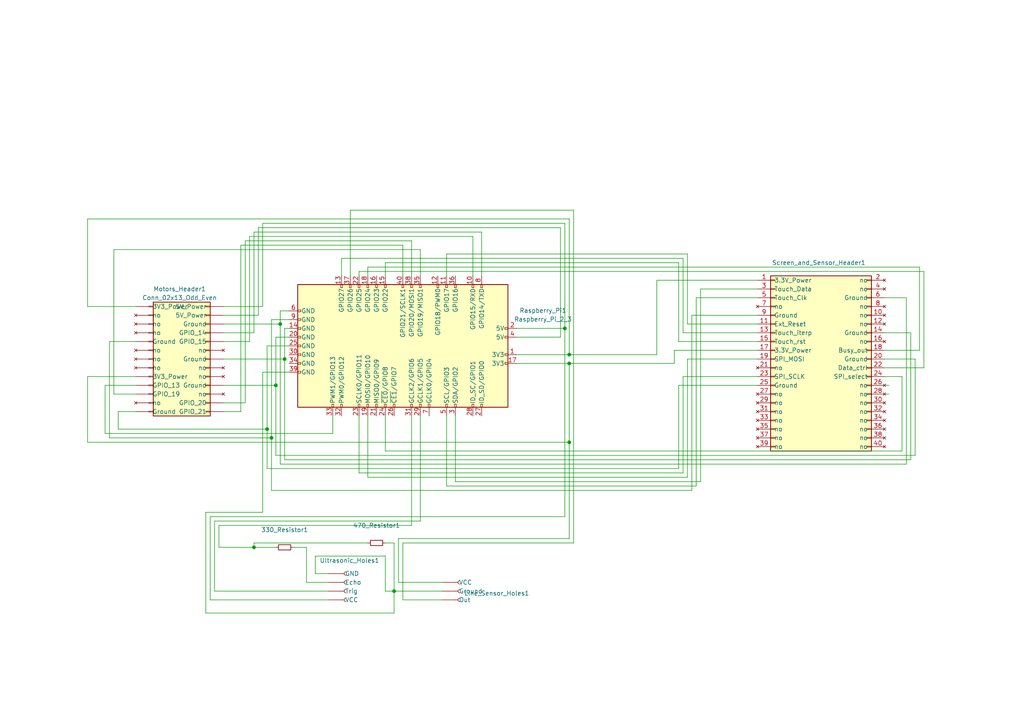
<source format=kicad_sch>
(kicad_sch (version 20230121) (generator eeschema)
  (paper "A4")
  (lib_symbols
    (symbol "Conn_02x13_Odd_Even_2" (pin_numbers hide) (pin_names (offset 1.016))
      (property "Reference" "Motors_Header1" (at -5.0546 20.32 0))
      (property "Value" "Conn_02x13_Odd_Even" (at -5.0546 17.78 0))
      (symbol "Conn_02x13_Odd_Even_2_1_1"
        (rectangle (start -13.97 -15.113) (end -12.7 -15.367) (stroke (width 0.1524)))
        (rectangle (start -13.97 -12.573) (end -12.7 -12.827) (stroke (width 0.1524)))
        (rectangle (start -13.97 -10.033) (end -12.7 -10.287) (stroke (width 0.1524)))
        (rectangle (start -13.97 -7.493) (end -12.7 -7.747) (stroke (width 0.1524)))
        (rectangle (start -13.97 -4.953) (end -12.7 -5.207) (stroke (width 0.1524)))
        (rectangle (start -13.97 -2.413) (end -12.7 -2.667) (stroke (width 0.1524)))
        (rectangle (start -13.97 0.127) (end -12.7 -0.127) (stroke (width 0.1524)))
        (rectangle (start -13.97 2.667) (end -12.7 2.413) (stroke (width 0.1524)))
        (rectangle (start -13.97 5.207) (end -12.7 4.953) (stroke (width 0.1524)))
        (rectangle (start -13.97 7.747) (end -12.7 7.493) (stroke (width 0.1524)))
        (rectangle (start -13.97 10.287) (end -12.7 10.033) (stroke (width 0.1524)))
        (rectangle (start -13.97 12.827) (end -12.7 12.573) (stroke (width 0.1524)))
        (rectangle (start -13.97 15.367) (end -12.7 15.113) (stroke (width 0.1524)))
        (rectangle (start -12.7 16.51) (end 3.81 -16.51) (stroke (width 0.254)) (fill (type background)))
        (rectangle (start 3.81 -15.113) (end 2.54 -15.367) (stroke (width 0.1524)))
        (rectangle (start 3.81 -12.573) (end 2.54 -12.827) (stroke (width 0.1524)))
        (rectangle (start 3.81 -10.033) (end 2.54 -10.287) (stroke (width 0.1524)))
        (rectangle (start 3.81 -7.493) (end 2.54 -7.747) (stroke (width 0.1524)))
        (rectangle (start 3.81 -4.953) (end 2.54 -5.207) (stroke (width 0.1524)))
        (rectangle (start 3.81 -2.413) (end 2.54 -2.667) (stroke (width 0.1524)))
        (rectangle (start 3.81 0.127) (end 2.54 -0.127) (stroke (width 0.1524)))
        (rectangle (start 3.81 2.667) (end 2.54 2.413) (stroke (width 0.1524)))
        (rectangle (start 3.81 5.207) (end 2.54 4.953) (stroke (width 0.1524)))
        (rectangle (start 3.81 7.747) (end 2.54 7.493) (stroke (width 0.1524)))
        (rectangle (start 3.81 10.287) (end 2.54 10.033) (stroke (width 0.1524)))
        (rectangle (start 3.81 12.827) (end 2.54 12.573) (stroke (width 0.1524)))
        (rectangle (start 3.81 15.367) (end 2.54 15.113) (stroke (width 0.1524)))
        (pin power_in line (at -17.78 15.24 0) (length 3.81) (name "3V3_Power") (number "1"))
        (pin bidirectional line (at 7.62 5.08 180) (length 3.81) (name "GPIO_15") (number "10"))
        (pin no_connect line (at -17.78 2.54 0) (length 3.81) (name "no") (number "11"))
        (pin no_connect line (at 7.62 2.54 180) (length 3.81) (name "no") (number "12"))
        (pin no_connect line (at -17.78 0 0) (length 3.81) (name "no") (number "13"))
        (pin power_in line (at 7.62 0 180) (length 3.81) (name "Ground") (number "14"))
        (pin no_connect line (at -17.78 -2.54 0) (length 3.81) (name "no") (number "15"))
        (pin no_connect line (at 7.62 -2.54 180) (length 3.81) (name "no") (number "16"))
        (pin power_in line (at -17.78 -5.08 0) (length 3.81) (name "3V3_Power") (number "17"))
        (pin no_connect line (at 7.62 -5.08 180) (length 3.81) (name "no") (number "18"))
        (pin bidirectional line (at -17.78 -7.62 0) (length 3.81) (name "GPIO_13") (number "19"))
        (pin power_in line (at 7.62 15.24 180) (length 3.81) (name "5V_Power") (number "2"))
        (pin power_in line (at 7.62 -7.62 180) (length 3.81) (name "Ground") (number "20"))
        (pin bidirectional line (at -17.78 -10.16 0) (length 3.81) (name "GPIO_19") (number "21"))
        (pin no_connect line (at 7.62 -10.16 180) (length 3.81) (name "no") (number "22"))
        (pin no_connect line (at -17.78 -12.7 0) (length 3.81) (name "no") (number "23"))
        (pin bidirectional line (at 7.62 -12.7 180) (length 3.81) (name "GPIO_20") (number "24"))
        (pin power_in line (at -17.78 -15.24 0) (length 3.81) (name "Ground") (number "25"))
        (pin bidirectional line (at 7.62 -15.24 180) (length 3.81) (name "GPIO_21") (number "26"))
        (pin no_connect line (at -17.78 12.7 0) (length 3.81) (name "no") (number "3"))
        (pin power_in line (at 7.62 12.7 180) (length 3.81) (name "5V_Power") (number "4"))
        (pin no_connect line (at -17.78 10.16 0) (length 3.81) (name "no") (number "5"))
        (pin power_in line (at 7.62 10.16 180) (length 3.81) (name "Ground") (number "6"))
        (pin no_connect line (at -17.78 7.62 0) (length 3.81) (name "no") (number "7"))
        (pin bidirectional line (at 7.62 7.62 180) (length 3.81) (name "GPIO_14") (number "8"))
        (pin power_in line (at -17.78 5.08 0) (length 3.81) (name "Ground") (number "9"))
      )
    )
    (symbol "Connector:Conn_01x03_Socket" (pin_numbers hide) (pin_names (offset 1.016))
      (property "Reference" "Line_Sensor_Holes1" (at 1.27 -0.635 0))
      (symbol "Conn_01x03_Socket_1_1"
        (arc (start 0 -2.032) (mid -0.5058 -2.54) (end 0 -3.048) (stroke (width 0.1524)))
        (polyline (pts (xy -1.27 -2.54) (xy -0.508 -2.54)) (stroke (width 0.1524)))
        (polyline (pts (xy -1.27 0) (xy -0.508 0)) (stroke (width 0.1524)))
        (polyline (pts (xy -1.27 2.54) (xy -0.508 2.54)) (stroke (width 0.1524)))
        (arc (start 0 0.508) (mid -0.5058 0) (end 0 -0.508) (stroke (width 0.1524)))
        (arc (start 0 3.048) (mid -0.5058 2.54) (end 0 2.032) (stroke (width 0.1524)))
        (pin power_in line (at -5.08 2.54 0) (length 3.81) (name "VCC") (number "1"))
        (pin power_in line (at -5.08 0 0) (length 3.81) (name "Ground") (number "2"))
        (pin bidirectional line (at -5.08 -2.54 0) (length 3.81) (name "Out") (number "3"))
      )
    )
    (symbol "Connector:Conn_01x04_Socket" (pin_numbers hide) (pin_names (offset 1.016))
      (property "Reference" "Ultrasonic_Holes1" (at -7.62 6.35 0))
      (symbol "Conn_01x04_Socket_1_1"
        (arc (start 0 -4.572) (mid -0.5058 -5.08) (end 0 -5.588) (stroke (width 0.1524)))
        (arc (start 0 -2.032) (mid -0.5058 -2.54) (end 0 -3.048) (stroke (width 0.1524)))
        (polyline (pts (xy -1.27 -5.08) (xy -0.508 -5.08)) (stroke (width 0.1524)))
        (polyline (pts (xy -1.27 -2.54) (xy -0.508 -2.54)) (stroke (width 0.1524)))
        (polyline (pts (xy -1.27 0) (xy -0.508 0)) (stroke (width 0.1524)))
        (polyline (pts (xy -1.27 2.54) (xy -0.508 2.54)) (stroke (width 0.1524)))
        (arc (start 0 0.508) (mid -0.5058 0) (end 0 -0.508) (stroke (width 0.1524)))
        (arc (start 0 3.048) (mid -0.5058 2.54) (end 0 2.032) (stroke (width 0.1524)))
        (pin power_in line (at -5.08 2.54 0) (length 3.81) (name "GND") (number "1"))
        (pin bidirectional line (at -5.08 0 0) (length 3.81) (name "Echo") (number "2"))
        (pin bidirectional line (at -5.08 -2.54 0) (length 3.81) (name "Trig") (number "3"))
        (pin power_in line (at -5.08 -5.08 0) (length 3.81) (name "VCC") (number "4"))
      )
    )
    (symbol "Connector:Raspberry_Pi_2_3" (pin_names (offset 1.016))
      (property "Reference" "J" (at -17.78 31.75 0))
      (property "Value" "Raspberry_Pi_2_3" (at 10.16 -31.75 0))
      (symbol "Raspberry_Pi_2_3_0_1"
        (rectangle (start -17.78 30.48) (end 17.78 -30.48) (stroke (width 0.254)) (fill (type background)))
      )
      (symbol "Raspberry_Pi_2_3_1_1"
        (rectangle (start -16.891 -17.526) (end -17.78 -18.034))
        (rectangle (start -16.891 -14.986) (end -17.78 -15.494))
        (rectangle (start -16.891 -12.446) (end -17.78 -12.954))
        (rectangle (start -16.891 -9.906) (end -17.78 -10.414))
        (rectangle (start -16.891 -7.366) (end -17.78 -7.874))
        (rectangle (start -16.891 -4.826) (end -17.78 -5.334))
        (rectangle (start -16.891 0.254) (end -17.78 -0.254))
        (rectangle (start -16.891 2.794) (end -17.78 2.286))
        (rectangle (start -16.891 5.334) (end -17.78 4.826))
        (rectangle (start -16.891 10.414) (end -17.78 9.906))
        (rectangle (start -16.891 12.954) (end -17.78 12.446))
        (rectangle (start -16.891 15.494) (end -17.78 14.986))
        (rectangle (start -16.891 20.574) (end -17.78 20.066))
        (rectangle (start -16.891 23.114) (end -17.78 22.606))
        (rectangle (start -10.414 -29.591) (end -9.906 -30.48))
        (rectangle (start -7.874 -29.591) (end -7.366 -30.48))
        (rectangle (start -5.334 -29.591) (end -4.826 -30.48))
        (rectangle (start -5.334 30.48) (end -4.826 29.591))
        (rectangle (start -2.794 -29.591) (end -2.286 -30.48))
        (rectangle (start -2.794 30.48) (end -2.286 29.591))
        (rectangle (start -0.254 -29.591) (end 0.254 -30.48))
        (rectangle (start 2.286 -29.591) (end 2.794 -30.48))
        (rectangle (start 2.286 30.48) (end 2.794 29.591))
        (rectangle (start 4.826 -29.591) (end 5.334 -30.48))
        (rectangle (start 4.826 30.48) (end 5.334 29.591))
        (rectangle (start 7.366 -29.591) (end 7.874 -30.48))
        (rectangle (start 17.78 -20.066) (end 16.891 -20.574))
        (rectangle (start 17.78 -17.526) (end 16.891 -18.034))
        (rectangle (start 17.78 -12.446) (end 16.891 -12.954))
        (rectangle (start 17.78 -9.906) (end 16.891 -10.414))
        (rectangle (start 17.78 -7.366) (end 16.891 -7.874))
        (rectangle (start 17.78 -4.826) (end 16.891 -5.334))
        (rectangle (start 17.78 -2.286) (end 16.891 -2.794))
        (rectangle (start 17.78 2.794) (end 16.891 2.286))
        (rectangle (start 17.78 5.334) (end 16.891 4.826))
        (rectangle (start 17.78 7.874) (end 16.891 7.366))
        (rectangle (start 17.78 12.954) (end 16.891 12.446))
        (rectangle (start 17.78 15.494) (end 16.891 14.986))
        (rectangle (start 17.78 20.574) (end 16.891 20.066))
        (rectangle (start 17.78 23.114) (end 16.891 22.606))
        (pin power_in line (at 2.54 33.02 270) (length 2.54) (name "3V3") (number "1"))
        (pin bidirectional line (at -20.32 20.32 0) (length 2.54) (name "GPIO15/RXD") (number "10"))
        (pin bidirectional line (at -20.32 12.7 0) (length 2.54) (name "GPIO17") (number "11"))
        (pin bidirectional line (at -20.32 10.16 0) (length 2.54) (name "GPIO18/PWM0") (number "12"))
        (pin bidirectional line (at -20.32 -17.78 0) (length 2.54) (name "GPIO27") (number "13"))
        (pin power_in line (at -5.08 -33.02 90) (length 2.54) (name "GND") (number "14"))
        (pin bidirectional line (at -20.32 -5.08 0) (length 2.54) (name "GPIO22") (number "15"))
        (pin bidirectional line (at -20.32 -7.62 0) (length 2.54) (name "GPIO23") (number "16"))
        (pin power_in line (at 5.08 33.02 270) (length 2.54) (name "3V3") (number "17"))
        (pin bidirectional line (at -20.32 -10.16 0) (length 2.54) (name "GPIO24") (number "18"))
        (pin bidirectional line (at 20.32 -10.16 180) (length 2.54) (name "MOSI0/GPIO10") (number "19"))
        (pin power_in line (at -5.08 33.02 270) (length 2.54) (name "5V") (number "2"))
        (pin power_in line (at -2.54 -33.02 90) (length 2.54) (name "GND") (number "20"))
        (pin bidirectional line (at 20.32 -7.62 180) (length 2.54) (name "MISO0/GPIO9") (number "21"))
        (pin bidirectional line (at -20.32 -12.7 0) (length 2.54) (name "GPIO25") (number "22"))
        (pin bidirectional line (at 20.32 -12.7 180) (length 2.54) (name "SCLK0/GPIO11") (number "23"))
        (pin bidirectional line (at 20.32 -5.08 180) (length 2.54) (name "~{CE0}/GPIO8") (number "24"))
        (pin power_in line (at 0 -33.02 90) (length 2.54) (name "GND") (number "25"))
        (pin bidirectional line (at 20.32 -2.54 180) (length 2.54) (name "~{CE1}/GPIO7") (number "26"))
        (pin bidirectional line (at 20.32 22.86 180) (length 2.54) (name "ID_SD/GPIO0") (number "27"))
        (pin bidirectional line (at 20.32 20.32 180) (length 2.54) (name "ID_SC/GPIO1") (number "28"))
        (pin bidirectional line (at 20.32 5.08 180) (length 2.54) (name "GCLK1/GPIO5") (number "29"))
        (pin bidirectional line (at 20.32 15.24 180) (length 2.54) (name "SDA/GPIO2") (number "3"))
        (pin power_in line (at 2.54 -33.02 90) (length 2.54) (name "GND") (number "30"))
        (pin bidirectional line (at 20.32 2.54 180) (length 2.54) (name "GCLK2/GPIO6") (number "31"))
        (pin bidirectional line (at 20.32 -17.78 180) (length 2.54) (name "PWM0/GPIO12") (number "32"))
        (pin bidirectional line (at 20.32 -20.32 180) (length 2.54) (name "PWM1/GPIO13") (number "33"))
        (pin power_in line (at 5.08 -33.02 90) (length 2.54) (name "GND") (number "34"))
        (pin bidirectional line (at -20.32 5.08 0) (length 2.54) (name "GPIO19/MISO1") (number "35"))
        (pin bidirectional line (at -20.32 15.24 0) (length 2.54) (name "GPIO16") (number "36"))
        (pin bidirectional line (at -20.32 -15.24 0) (length 2.54) (name "GPIO26") (number "37"))
        (pin bidirectional line (at -20.32 2.54 0) (length 2.54) (name "GPIO20/MOSI1") (number "38"))
        (pin power_in line (at 7.62 -33.02 90) (length 2.54) (name "GND") (number "39"))
        (pin power_in line (at -2.54 33.02 270) (length 2.54) (name "5V") (number "4"))
        (pin bidirectional line (at -20.32 0 0) (length 2.54) (name "GPIO21/SCLK1") (number "40"))
        (pin bidirectional line (at 20.32 12.7 180) (length 2.54) (name "SCL/GPIO3") (number "5"))
        (pin power_in line (at -10.16 -33.02 90) (length 2.54) (name "GND") (number "6"))
        (pin bidirectional line (at 20.32 7.62 180) (length 2.54) (name "GCLK0/GPIO4") (number "7"))
        (pin bidirectional line (at -20.32 22.86 0) (length 2.54) (name "GPIO14/TXD") (number "8"))
        (pin power_in line (at -7.62 -33.02 90) (length 2.54) (name "GND") (number "9"))
      )
    )
    (symbol "Connector_Generic:Conn_02x20_Odd_Even" (pin_names (offset 1.016))
      (property "Reference" "Screen_and_Sensor_Header1" (at 0 27.94 0))
      (symbol "Conn_02x20_Odd_Even_1_1"
        (rectangle (start -13.97 -25.273) (end -12.7 -25.527) (stroke (width 0.1524)))
        (rectangle (start -13.97 -22.733) (end -12.7 -22.987) (stroke (width 0.1524)))
        (rectangle (start -13.97 -20.193) (end -12.7 -20.447) (stroke (width 0.1524)))
        (rectangle (start -13.97 -17.653) (end -12.7 -17.907) (stroke (width 0.1524)))
        (rectangle (start -13.97 -15.113) (end -12.7 -15.367) (stroke (width 0.1524)))
        (rectangle (start -13.97 -12.573) (end -12.7 -12.827) (stroke (width 0.1524)))
        (rectangle (start -13.97 -10.033) (end -12.7 -10.287) (stroke (width 0.1524)))
        (rectangle (start -13.97 -7.493) (end -12.7 -7.747) (stroke (width 0.1524)))
        (rectangle (start -13.97 -4.953) (end -12.7 -5.207) (stroke (width 0.1524)))
        (rectangle (start -13.97 -2.413) (end -12.7 -2.667) (stroke (width 0.1524)))
        (rectangle (start -13.97 0.127) (end -12.7 -0.127) (stroke (width 0.1524)))
        (rectangle (start -13.97 2.667) (end -12.7 2.413) (stroke (width 0.1524)))
        (rectangle (start -13.97 5.207) (end -12.7 4.953) (stroke (width 0.1524)))
        (rectangle (start -13.97 7.747) (end -12.7 7.493) (stroke (width 0.1524)))
        (rectangle (start -13.97 10.287) (end -12.7 10.033) (stroke (width 0.1524)))
        (rectangle (start -13.97 12.827) (end -12.7 12.573) (stroke (width 0.1524)))
        (rectangle (start -13.97 15.367) (end -12.7 15.113) (stroke (width 0.1524)))
        (rectangle (start -13.97 17.907) (end -12.7 17.653) (stroke (width 0.1524)))
        (rectangle (start -13.97 20.447) (end -12.7 20.193) (stroke (width 0.1524)))
        (rectangle (start -13.97 22.987) (end -12.7 22.733) (stroke (width 0.1524)))
        (rectangle (start -13.97 24.13) (end 15.24 -26.67) (stroke (width 0.254)) (fill (type background)))
        (rectangle (start 15.24 -25.273) (end 13.97 -25.527) (stroke (width 0.1524)))
        (rectangle (start 15.24 -22.733) (end 13.97 -22.987) (stroke (width 0.1524)))
        (rectangle (start 15.24 -20.193) (end 13.97 -20.447) (stroke (width 0.1524)))
        (rectangle (start 15.24 -17.653) (end 13.97 -17.907) (stroke (width 0.1524)))
        (rectangle (start 15.24 -15.113) (end 13.97 -15.367) (stroke (width 0.1524)))
        (rectangle (start 15.24 -12.573) (end 13.97 -12.827) (stroke (width 0.1524)))
        (rectangle (start 15.24 -10.033) (end 13.97 -10.287) (stroke (width 0.1524)))
        (rectangle (start 15.24 -7.493) (end 13.97 -7.747) (stroke (width 0.1524)))
        (rectangle (start 15.24 -4.953) (end 13.97 -5.207) (stroke (width 0.1524)))
        (rectangle (start 15.24 -2.413) (end 13.97 -2.667) (stroke (width 0.1524)))
        (rectangle (start 15.24 0.127) (end 13.97 -0.127) (stroke (width 0.1524)))
        (rectangle (start 15.24 2.667) (end 13.97 2.413) (stroke (width 0.1524)))
        (rectangle (start 15.24 5.207) (end 13.97 4.953) (stroke (width 0.1524)))
        (rectangle (start 15.24 7.747) (end 13.97 7.493) (stroke (width 0.1524)))
        (rectangle (start 15.24 10.287) (end 13.97 10.033) (stroke (width 0.1524)))
        (rectangle (start 15.24 12.827) (end 13.97 12.573) (stroke (width 0.1524)))
        (rectangle (start 15.24 15.367) (end 13.97 15.113) (stroke (width 0.1524)))
        (rectangle (start 15.24 17.907) (end 13.97 17.653) (stroke (width 0.1524)))
        (rectangle (start 15.24 20.447) (end 13.97 20.193) (stroke (width 0.1524)))
        (rectangle (start 15.24 22.987) (end 13.97 22.733) (stroke (width 0.1524)))
        (pin power_in line (at -17.78 22.86 0) (length 3.81) (name "3.3V_Power") (number "1"))
        (pin no_connect line (at 19.05 12.7 180) (length 3.81) (name "no") (number "10"))
        (pin bidirectional line (at -17.78 10.16 0) (length 3.81) (name "Ext_Reset") (number "11"))
        (pin no_connect line (at 19.05 10.16 180) (length 3.81) (name "no") (number "12"))
        (pin bidirectional line (at -17.78 7.62 0) (length 3.81) (name "Touch_iterp") (number "13"))
        (pin power_in line (at 19.05 7.62 180) (length 3.81) (name "Ground") (number "14"))
        (pin bidirectional line (at -17.78 5.08 0) (length 3.81) (name "Touch_rst") (number "15"))
        (pin no_connect line (at 19.05 5.08 180) (length 3.81) (name "no") (number "16"))
        (pin power_in line (at -17.78 2.54 0) (length 3.81) (name "3.3V_Power") (number "17"))
        (pin bidirectional line (at 19.05 2.54 180) (length 3.81) (name "Busy_out") (number "18"))
        (pin bidirectional line (at -17.78 0 0) (length 3.81) (name "SPI_MOSI") (number "19"))
        (pin no_connect line (at 19.05 22.86 180) (length 3.81) (name "no") (number "2"))
        (pin power_in line (at 19.05 0 180) (length 3.81) (name "Ground") (number "20"))
        (pin no_connect line (at -17.78 -2.54 0) (length 3.81) (name "no") (number "21"))
        (pin bidirectional line (at 19.05 -2.54 180) (length 3.81) (name "Data_ctrl") (number "22"))
        (pin bidirectional line (at -17.78 -5.08 0) (length 3.81) (name "SPI_SCLK") (number "23"))
        (pin bidirectional line (at 19.05 -5.08 180) (length 3.81) (name "SPI_select") (number "24"))
        (pin power_in line (at -17.78 -7.62 0) (length 3.81) (name "Ground") (number "25"))
        (pin no_connect line (at 19.05 -7.62 180) (length 3.81) (name "no") (number "26"))
        (pin no_connect line (at -17.78 -10.16 0) (length 3.81) (name "no") (number "27"))
        (pin no_connect line (at 19.05 -10.16 180) (length 3.81) (name "no") (number "28"))
        (pin no_connect line (at -17.78 -12.7 0) (length 3.81) (name "no") (number "29"))
        (pin bidirectional line (at -17.78 20.32 0) (length 3.81) (name "Touch_Data") (number "3"))
        (pin no_connect line (at 19.05 -12.7 180) (length 3.81) (name "no") (number "30"))
        (pin no_connect line (at -17.78 -15.24 0) (length 3.81) (name "no") (number "31"))
        (pin no_connect line (at 19.05 -15.24 180) (length 3.81) (name "no") (number "32"))
        (pin no_connect line (at -17.78 -17.78 0) (length 3.81) (name "no") (number "33"))
        (pin no_connect line (at 19.05 -17.78 180) (length 3.81) (name "no") (number "34"))
        (pin no_connect line (at -17.78 -20.32 0) (length 3.81) (name "no") (number "35"))
        (pin no_connect line (at 19.05 -20.32 180) (length 3.81) (name "no") (number "36"))
        (pin no_connect line (at -17.78 -22.86 0) (length 3.81) (name "no") (number "37"))
        (pin no_connect line (at 19.05 -22.86 180) (length 3.81) (name "no") (number "38"))
        (pin no_connect line (at -17.78 -25.4 0) (length 3.81) (name "no") (number "39"))
        (pin no_connect line (at 19.05 20.32 180) (length 3.81) (name "no") (number "4"))
        (pin no_connect line (at 19.05 -25.4 180) (length 3.81) (name "no") (number "40"))
        (pin bidirectional line (at -17.78 17.78 0) (length 3.81) (name "Touch_Clk") (number "5"))
        (pin power_in line (at 19.05 17.78 180) (length 3.81) (name "Ground") (number "6"))
        (pin no_connect line (at -17.78 15.24 0) (length 3.81) (name "no") (number "7"))
        (pin no_connect line (at 19.05 15.24 180) (length 3.81) (name "no") (number "8"))
        (pin power_in line (at -17.78 12.7 0) (length 3.81) (name "Ground") (number "9"))
      )
    )
    (symbol "Device:R_Small" (pin_numbers hide) (pin_names (offset 0.254) hide)
      (property "Reference" "R" (at 0.762 0.508 0))
      (property "Value" "R_Small" (at 0.762 -1.016 0))
      (symbol "R_Small_0_1"
        (rectangle (start -0.762 1.778) (end 0.762 -1.778) (stroke (width 0.2032)))
      )
      (symbol "R_Small_1_1"
        (pin passive line (at 0 2.54 270) (length 0.762) (name "~") (number "1"))
        (pin passive line (at 0 -2.54 90) (length 0.762) (name "~") (number "2"))
      )
    )
  )
  (junction (at 163.83 95.25))
  (junction (at 165.1 102.87))
  (junction (at 165.1 128.27))
  (junction (at 77.47 124.46))
  (junction (at 82.55 104.14))
  (junction (at 165.1 105.41))
  (junction (at 80.01 111.76))
  (junction (at 73.66 158.75))
  (junction (at 114.3 171.45))
  (junction (at 78.74 127))
  (junction (at 81.28 93.98))
  (wire (pts (xy 74.93 91.44) (xy 64.77 91.44)))
  (wire (pts (xy 101.6 60.96) (xy 166.37 60.96)))
  (wire (pts (xy 165.1 128.27) (xy 165.1 156.21)))
  (wire (pts (xy 82.55 133.35) (xy 82.55 104.14)))
  (wire (pts (xy 149.86 97.79) (xy 162.56 97.79)))
  (wire (pts (xy 163.83 95.25) (xy 163.83 64.77)))
  (wire (pts (xy 71.12 69.85) (xy 71.12 116.84)))
  (wire (pts (xy 76.2 64.77) (xy 76.2 88.9)))
  (wire (pts (xy 165.1 102.87) (xy 165.1 63.5)))
  (wire (pts (xy 129.54 140.97) (xy 129.54 120.65)))
  (wire (pts (xy 115.57 156.21) (xy 165.1 156.21)))
  (wire (pts (xy 137.16 68.58) (xy 72.39 68.58)))
  (wire (pts (xy 31.75 127) (xy 31.75 99.06)))
  (wire (pts (xy 82.55 95.25) (xy 83.82 95.25)))
  (wire (pts (xy 267.97 78.74) (xy 267.97 106.68)))
  (wire (pts (xy 76.2 107.95) (xy 76.2 148.59)))
  (wire (pts (xy 190.5 102.87) (xy 165.1 102.87)))
  (wire (pts (xy 60.96 149.86) (xy 163.83 149.86)))
  (wire (pts (xy 256.54 104.14) (xy 265.43 104.14)))
  (wire (pts (xy 73.66 96.52) (xy 64.77 96.52)))
  (wire (pts (xy 111.76 120.65) (xy 111.76 130.81)))
  (wire (pts (xy 199.39 104.14) (xy 219.71 104.14)))
  (wire (pts (xy 39.37 109.22) (xy 25.4 109.22)))
  (wire (pts (xy 111.76 171.45) (xy 114.3 171.45)))
  (wire (pts (xy 199.39 138.43) (xy 199.39 104.14)))
  (wire (pts (xy 198.12 74.93) (xy 198.12 96.52)))
  (wire (pts (xy 162.56 66.04) (xy 74.93 66.04)))
  (wire (pts (xy 33.02 114.3) (xy 33.02 72.39)))
  (wire (pts (xy 73.66 157.48) (xy 73.66 158.75)))
  (wire (pts (xy 31.75 127) (xy 78.74 127)))
  (wire (pts (xy 256.54 109.22) (xy 261.62 109.22)))
  (wire (pts (xy 77.47 124.46) (xy 77.47 135.89)))
  (wire (pts (xy 199.39 93.98) (xy 219.71 93.98)))
  (wire (pts (xy 116.84 80.01) (xy 116.84 71.12)))
  (wire (pts (xy 121.92 80.01) (xy 121.92 72.39)))
  (wire (pts (xy 72.39 68.58) (xy 72.39 99.06)))
  (wire (pts (xy 63.5 158.75) (xy 73.66 158.75)))
  (wire (pts (xy 190.5 81.28) (xy 190.5 102.87)))
  (wire (pts (xy 132.08 139.7) (xy 203.2 139.7)))
  (wire (pts (xy 104.14 137.16) (xy 198.12 137.16)))
  (wire (pts (xy 73.66 67.31) (xy 73.66 96.52)))
  (wire (pts (xy 69.85 119.38) (xy 64.77 119.38)))
  (wire (pts (xy 119.38 80.01) (xy 119.38 69.85)))
  (wire (pts (xy 116.84 71.12) (xy 69.85 71.12)))
  (wire (pts (xy 104.14 120.65) (xy 104.14 137.16)))
  (wire (pts (xy 95.25 168.91) (xy 88.9 168.91)))
  (wire (pts (xy 96.52 120.65) (xy 96.52 125.73)))
  (wire (pts (xy 83.82 90.17) (xy 81.28 90.17)))
  (wire (pts (xy 132.08 120.65) (xy 132.08 139.7)))
  (wire (pts (xy 203.2 83.82) (xy 219.71 83.82)))
  (wire (pts (xy 73.66 158.75) (xy 80.01 158.75)))
  (wire (pts (xy 76.2 148.59) (xy 59.69 148.59)))
  (wire (pts (xy 196.85 135.89) (xy 77.47 135.89)))
  (wire (pts (xy 115.57 168.91) (xy 128.27 168.91)))
  (wire (pts (xy 30.48 111.76) (xy 39.37 111.76)))
  (wire (pts (xy 129.54 80.01) (xy 129.54 73.66)))
  (wire (pts (xy 166.37 60.96) (xy 166.37 157.48)))
  (wire (pts (xy 80.01 111.76) (xy 64.77 111.76)))
  (wire (pts (xy 111.76 80.01) (xy 111.76 76.2)))
  (wire (pts (xy 119.38 120.65) (xy 119.38 152.4)))
  (wire (pts (xy 34.29 124.46) (xy 34.29 119.38)))
  (wire (pts (xy 195.58 101.6) (xy 195.58 105.41)))
  (wire (pts (xy 71.12 116.84) (xy 64.77 116.84)))
  (wire (pts (xy 139.7 67.31) (xy 73.66 67.31)))
  (wire (pts (xy 196.85 99.06) (xy 219.71 99.06)))
  (wire (pts (xy 256.54 114.3) (xy 257.81 114.3)))
  (wire (pts (xy 62.23 171.45) (xy 95.25 171.45)))
  (wire (pts (xy 81.28 93.98) (xy 64.77 93.98)))
  (wire (pts (xy 111.76 157.48) (xy 114.3 157.48)))
  (wire (pts (xy 106.68 138.43) (xy 199.39 138.43)))
  (wire (pts (xy 95.25 166.37) (xy 91.44 166.37)))
  (wire (pts (xy 256.54 111.76) (xy 257.81 111.76)))
  (wire (pts (xy 139.7 80.01) (xy 139.7 67.31)))
  (wire (pts (xy 106.68 157.48) (xy 73.66 157.48)))
  (wire (pts (xy 76.2 88.9) (xy 64.77 88.9)))
  (wire (pts (xy 115.57 156.21) (xy 115.57 168.91)))
  (wire (pts (xy 83.82 100.33) (xy 77.47 100.33)))
  (wire (pts (xy 165.1 105.41) (xy 165.1 128.27)))
  (wire (pts (xy 114.3 171.45) (xy 128.27 171.45)))
  (wire (pts (xy 63.5 152.4) (xy 63.5 158.75)))
  (wire (pts (xy 77.47 100.33) (xy 77.47 124.46)))
  (wire (pts (xy 82.55 104.14) (xy 82.55 95.25)))
  (wire (pts (xy 25.4 128.27) (xy 165.1 128.27)))
  (wire (pts (xy 91.44 166.37) (xy 91.44 161.29)))
  (wire (pts (xy 262.89 86.36) (xy 262.89 134.62)))
  (wire (pts (xy 256.54 86.36) (xy 262.89 86.36)))
  (wire (pts (xy 195.58 105.41) (xy 165.1 105.41)))
  (wire (pts (xy 264.16 133.35) (xy 82.55 133.35)))
  (wire (pts (xy 81.28 134.62) (xy 81.28 93.98)))
  (wire (pts (xy 106.68 77.47) (xy 106.68 80.01)))
  (wire (pts (xy 88.9 168.91) (xy 88.9 158.75)))
  (wire (pts (xy 80.01 132.08) (xy 80.01 111.76)))
  (wire (pts (xy 163.83 64.77) (xy 76.2 64.77)))
  (wire (pts (xy 149.86 102.87) (xy 165.1 102.87)))
  (wire (pts (xy 104.14 78.74) (xy 104.14 80.01)))
  (wire (pts (xy 264.16 96.52) (xy 264.16 133.35)))
  (wire (pts (xy 81.28 90.17) (xy 81.28 93.98)))
  (wire (pts (xy 201.93 86.36) (xy 201.93 140.97)))
  (wire (pts (xy 30.48 125.73) (xy 96.52 125.73)))
  (wire (pts (xy 106.68 120.65) (xy 106.68 138.43)))
  (wire (pts (xy 59.69 148.59) (xy 59.69 177.8)))
  (wire (pts (xy 91.44 161.29) (xy 111.76 161.29)))
  (wire (pts (xy 88.9 158.75) (xy 85.09 158.75)))
  (wire (pts (xy 129.54 73.66) (xy 199.39 73.66)))
  (wire (pts (xy 111.76 130.81) (xy 261.62 130.81)))
  (wire (pts (xy 104.14 78.74) (xy 267.97 78.74)))
  (wire (pts (xy 165.1 105.41) (xy 149.86 105.41)))
  (wire (pts (xy 31.75 99.06) (xy 39.37 99.06)))
  (wire (pts (xy 114.3 171.45) (xy 114.3 177.8)))
  (wire (pts (xy 256.54 106.68) (xy 267.97 106.68)))
  (wire (pts (xy 199.39 73.66) (xy 199.39 93.98)))
  (wire (pts (xy 166.37 157.48) (xy 116.84 157.48)))
  (wire (pts (xy 78.74 127) (xy 78.74 142.24)))
  (wire (pts (xy 99.06 80.01) (xy 99.06 74.93)))
  (wire (pts (xy 64.77 104.14) (xy 82.55 104.14)))
  (wire (pts (xy 99.06 74.93) (xy 198.12 74.93)))
  (wire (pts (xy 265.43 104.14) (xy 265.43 132.08)))
  (wire (pts (xy 101.6 80.01) (xy 101.6 60.96)))
  (wire (pts (xy 83.82 97.79) (xy 80.01 97.79)))
  (wire (pts (xy 34.29 124.46) (xy 77.47 124.46)))
  (wire (pts (xy 165.1 63.5) (xy 25.4 63.5)))
  (wire (pts (xy 25.4 88.9) (xy 39.37 88.9)))
  (wire (pts (xy 116.84 173.99) (xy 128.27 173.99)))
  (wire (pts (xy 25.4 109.22) (xy 25.4 128.27)))
  (wire (pts (xy 111.76 161.29) (xy 111.76 171.45)))
  (wire (pts (xy 196.85 76.2) (xy 196.85 99.06)))
  (wire (pts (xy 200.66 91.44) (xy 200.66 142.24)))
  (wire (pts (xy 39.37 114.3) (xy 33.02 114.3)))
  (wire (pts (xy 198.12 109.22) (xy 219.71 109.22)))
  (wire (pts (xy 256.54 96.52) (xy 264.16 96.52)))
  (wire (pts (xy 219.71 81.28) (xy 190.5 81.28)))
  (wire (pts (xy 60.96 173.99) (xy 60.96 149.86)))
  (wire (pts (xy 262.89 134.62) (xy 81.28 134.62)))
  (wire (pts (xy 121.92 120.65) (xy 121.92 151.13)))
  (wire (pts (xy 201.93 140.97) (xy 129.54 140.97)))
  (wire (pts (xy 114.3 157.48) (xy 114.3 171.45)))
  (wire (pts (xy 25.4 63.5) (xy 25.4 88.9)))
  (wire (pts (xy 198.12 137.16) (xy 198.12 109.22)))
  (wire (pts (xy 219.71 86.36) (xy 201.93 86.36)))
  (wire (pts (xy 95.25 173.99) (xy 60.96 173.99)))
  (wire (pts (xy 203.2 139.7) (xy 203.2 83.82)))
  (wire (pts (xy 196.85 111.76) (xy 196.85 135.89)))
  (wire (pts (xy 74.93 66.04) (xy 74.93 91.44)))
  (wire (pts (xy 30.48 125.73) (xy 30.48 111.76)))
  (wire (pts (xy 266.7 101.6) (xy 266.7 77.47)))
  (wire (pts (xy 137.16 80.01) (xy 137.16 68.58)))
  (wire (pts (xy 116.84 157.48) (xy 116.84 173.99)))
  (wire (pts (xy 198.12 96.52) (xy 219.71 96.52)))
  (wire (pts (xy 111.76 76.2) (xy 196.85 76.2)))
  (wire (pts (xy 83.82 107.95) (xy 76.2 107.95)))
  (wire (pts (xy 34.29 119.38) (xy 39.37 119.38)))
  (wire (pts (xy 83.82 92.71) (xy 78.74 92.71)))
  (wire (pts (xy 265.43 132.08) (xy 80.01 132.08)))
  (wire (pts (xy 162.56 97.79) (xy 162.56 66.04)))
  (wire (pts (xy 119.38 152.4) (xy 63.5 152.4)))
  (wire (pts (xy 69.85 71.12) (xy 69.85 119.38)))
  (wire (pts (xy 219.71 91.44) (xy 200.66 91.44)))
  (wire (pts (xy 256.54 101.6) (xy 266.7 101.6)))
  (wire (pts (xy 33.02 72.39) (xy 121.92 72.39)))
  (wire (pts (xy 80.01 97.79) (xy 80.01 111.76)))
  (wire (pts (xy 62.23 151.13) (xy 62.23 171.45)))
  (wire (pts (xy 261.62 130.81) (xy 261.62 109.22)))
  (wire (pts (xy 219.71 111.76) (xy 196.85 111.76)))
  (wire (pts (xy 149.86 95.25) (xy 163.83 95.25)))
  (wire (pts (xy 266.7 77.47) (xy 106.68 77.47)))
  (wire (pts (xy 121.92 151.13) (xy 62.23 151.13)))
  (wire (pts (xy 163.83 149.86) (xy 163.83 95.25)))
  (wire (pts (xy 114.3 177.8) (xy 59.69 177.8)))
  (wire (pts (xy 200.66 142.24) (xy 78.74 142.24)))
  (wire (pts (xy 72.39 99.06) (xy 64.77 99.06)))
  (wire (pts (xy 78.74 92.71) (xy 78.74 127)))
  (wire (pts (xy 219.71 101.6) (xy 195.58 101.6)))
  (wire (pts (xy 119.38 69.85) (xy 71.12 69.85)))
  (symbol (lib_id "Connector_Generic:Conn_02x20_Odd_Even") (at 237.49 104.14 0) (unit 1)
    (property "Reference" "Screen_and_Sensor_Header1" (at 237.49 76.2 0))
    (property "Value" "Screen_and_Sensor_Header" (effects hide))
    (property "Footprint" "Connector_PinHeader_2.54mm:PinHeader_2x20_P2.54mm_Vertical" (effects hide))
  )
  (symbol (lib_id "Connector:Conn_01x03_Socket") (at 133.35 171.45 0) (unit 1)
    (property "Reference" "Line_Sensor_Holes1" (at 134.62 172.085 0) (effects (justify left)))
    (property "Value" "Conn_01x03_Socket" (effects hide))
    (property "Footprint" "Connector_PinHeader_2.54mm:PinHeader_1x03_P2.54mm_Vertical" (effects hide))
  )
  (symbol (lib_id "Device:R_Small") (at 109.22 157.48 90) (unit 1)
    (property "Reference" "470_Resistor1" (at 109.22 152.4 90))
    (property "Value" "R_Small" (effects hide))
    (property "Footprint" "Resistor_THT:R_Axial_DIN0204_L3.6mm_D1.6mm_P1.90mm_Vertical" (effects hide))
  )
  (symbol (lib_id "Device:R_Small") (at 82.55 158.75 90) (unit 1)
    (property "Reference" "330_Resistor1" (at 82.55 153.67 90))
    (property "Value" "R_Small" (effects hide))
    (property "Footprint" "Resistor_THT:R_Axial_DIN0204_L3.6mm_D1.6mm_P1.90mm_Vertical" (effects hide))
  )
  (symbol (lib_id "Connector:Conn_01x04_Socket") (at 100.33 168.91 0) (unit 1)
    (property "Reference" "Ultrasonic_Holes1" (at 92.71 162.56 0) (effects (justify left)))
    (property "Value" "Conn_01x04_Socket" (effects hide))
    (property "Footprint" "Connector_PinHeader_2.54mm:PinHeader_1x04_P2.54mm_Vertical" (effects hide))
  )
  (symbol (lib_name "Conn_02x13_Odd_Even_2") (lib_id "Connector_Generic:Conn_02x13_Odd_Even") (at 57.15 104.14 0) (unit 1)
    (property "Reference" "Motors_Header1" (at 52.0954 83.82 0))
    (property "Value" "Conn_02x13_Odd_Even" (at 52.0954 86.36 0))
    (property "Footprint" "Connector_PinHeader_2.54mm:PinHeader_2x13_P2.54mm_Vertical" (effects hide))
  )
  (symbol (lib_id "Connector:Raspberry_Pi_2_3") (at 116.84 100.33 270) (unit 1)
    (property "Reference" "Raspberry_Pi1" (at 157.48 90.0683 90))
    (property "Value" "Raspberry_Pi_2_3" (at 157.48 92.6083 90))
    (property "Footprint" "Connector_PinHeader_2.54mm:PinHeader_2x20_P2.54mm_Vertical" (effects hide))
    (property "Datasheet" "https://www.raspberrypi.org/documentation/hardware/raspberrypi/schematics/rpi_SCH_3bplus_1p0_reduced.pdf" (effects hide))
  )
)
</source>
